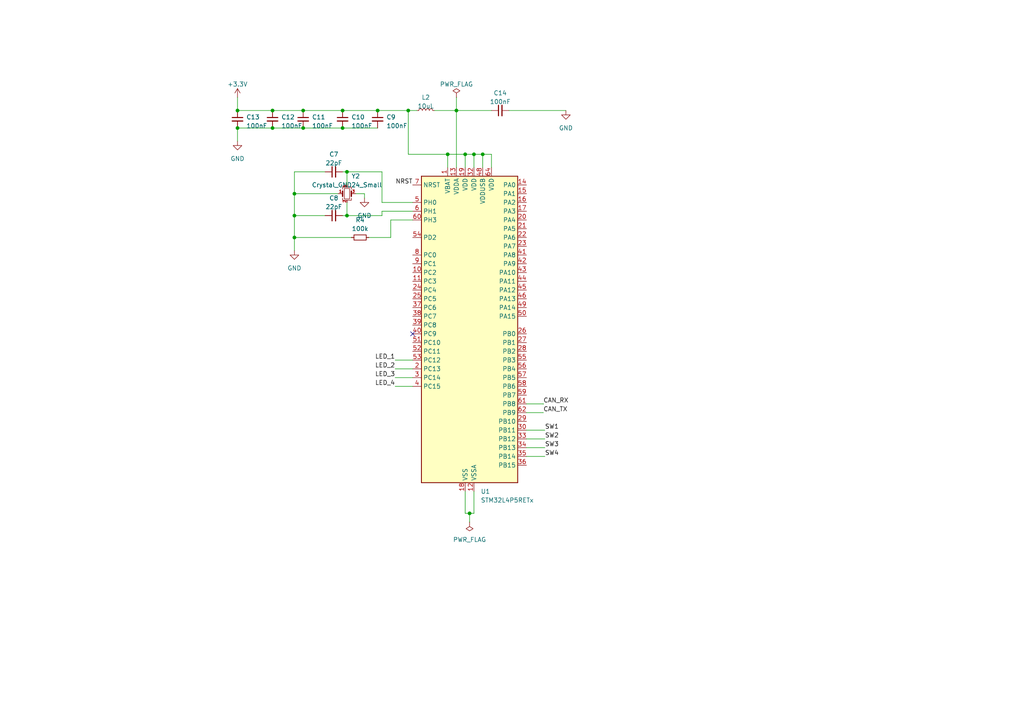
<source format=kicad_sch>
(kicad_sch (version 20230121) (generator eeschema)
  (paper "A4")
  (lib_symbols
    (symbol "Device:C_Small" (pin_numbers hide) (pin_names (offset 0.254) hide)
      (property "Reference" "C" (at 0.254 1.778 0))
      (property "Value" "C_Small" (at 0.254 -2.032 0))
      (symbol "C_Small_0_1"
        (polyline (pts (xy -1.524 -0.508) (xy 1.524 -0.508)) (stroke (width 0.3302)))
        (polyline (pts (xy -1.524 0.508) (xy 1.524 0.508)) (stroke (width 0.3048)))
      )
      (symbol "C_Small_1_1"
        (pin passive line (at 0 2.54 270) (length 2.032) (name "~") (number "1"))
        (pin passive line (at 0 -2.54 90) (length 2.032) (name "~") (number "2"))
      )
    )
    (symbol "Device:Crystal_GND24_Small" (pin_names (offset 1.016) hide)
      (property "Reference" "Y" (at 1.27 4.445 0))
      (property "Value" "Crystal_GND24_Small" (at 1.27 2.54 0))
      (symbol "Crystal_GND24_Small_0_1"
        (rectangle (start -0.762 -1.524) (end 0.762 1.524))
        (polyline (pts (xy -1.27 -0.762) (xy -1.27 0.762)) (stroke (width 0.381)))
        (polyline (pts (xy 1.27 -0.762) (xy 1.27 0.762)) (stroke (width 0.381)))
        (polyline (pts (xy -1.27 -1.27) (xy -1.27 -1.905) (xy 1.27 -1.905) (xy 1.27 -1.27)))
        (polyline (pts (xy -1.27 1.27) (xy -1.27 1.905) (xy 1.27 1.905) (xy 1.27 1.27)))
      )
      (symbol "Crystal_GND24_Small_1_1"
        (pin passive line (at -2.54 0 0) (length 1.27) (name "1") (number "1"))
        (pin passive line (at 0 -2.54 90) (length 0.635) (name "2") (number "2"))
        (pin passive line (at 2.54 0 180) (length 1.27) (name "3") (number "3"))
        (pin passive line (at 0 2.54 270) (length 0.635) (name "4") (number "4"))
      )
    )
    (symbol "Device:L_Small" (pin_numbers hide) (pin_names (offset 0.254) hide)
      (property "Reference" "L" (at 0.762 1.016 0))
      (property "Value" "L_Small" (at 0.762 -1.016 0))
      (symbol "L_Small_0_1"
        (arc (start 0 -2.032) (mid 0.5058 -1.524) (end 0 -1.016))
        (arc (start 0 -1.016) (mid 0.5058 -0.508) (end 0 0))
        (arc (start 0 0) (mid 0.5058 0.508) (end 0 1.016))
        (arc (start 0 1.016) (mid 0.5058 1.524) (end 0 2.032))
      )
      (symbol "L_Small_1_1"
        (pin passive line (at 0 2.54 270) (length 0.508) (name "~") (number "1"))
        (pin passive line (at 0 -2.54 90) (length 0.508) (name "~") (number "2"))
      )
    )
    (symbol "Device:R_Small" (pin_numbers hide) (pin_names (offset 0.254) hide)
      (property "Reference" "R" (at 0.762 0.508 0))
      (property "Value" "R_Small" (at 0.762 -1.016 0))
      (symbol "R_Small_0_1"
        (rectangle (start -0.762 1.778) (end 0.762 -1.778) (stroke (width 0.2032)))
      )
      (symbol "R_Small_1_1"
        (pin passive line (at 0 2.54 270) (length 0.762) (name "~") (number "1"))
        (pin passive line (at 0 -2.54 90) (length 0.762) (name "~") (number "2"))
      )
    )
    (symbol "MCU_ST_STM32L4:STM32L4P5RETx"
      (property "Reference" "U1" (at 4.4959 -45.72 0))
      (property "Value" "STM32L4P5RETx" (at 4.4959 -48.26 0))
      (symbol "STM32L4P5RETx_0_1"
        (rectangle (start -12.7 -43.18) (end 15.24 45.72) (stroke (width 0.254)) (fill (type background)))
      )
      (symbol "STM32L4P5RETx_1_1"
        (pin power_in line (at -5.08 48.26 270) (length 2.54) (name "VBAT") (number "1"))
        (pin bidirectional line (at -15.24 17.78 0) (length 2.54) (name "PC2") (number "10"))
        (pin bidirectional line (at -15.24 15.24 0) (length 2.54) (name "PC3") (number "11"))
        (pin power_in line (at 2.54 -45.72 90) (length 2.54) (name "VSSA") (number "12"))
        (pin power_in line (at -2.54 48.26 270) (length 2.54) (name "VDDA") (number "13"))
        (pin bidirectional line (at 17.78 43.18 180) (length 2.54) (name "PA0") (number "14"))
        (pin bidirectional line (at 17.78 40.64 180) (length 2.54) (name "PA1") (number "15"))
        (pin bidirectional line (at 17.78 38.1 180) (length 2.54) (name "PA2") (number "16"))
        (pin bidirectional line (at 17.78 35.56 180) (length 2.54) (name "PA3") (number "17"))
        (pin power_in line (at 0 -45.72 90) (length 2.54) (name "VSS") (number "18"))
        (pin power_in line (at 0 48.26 270) (length 2.54) (name "VDD") (number "19"))
        (pin bidirectional line (at -15.24 -10.16 0) (length 2.54) (name "PC13") (number "2"))
        (pin bidirectional line (at 17.78 33.02 180) (length 2.54) (name "PA4") (number "20"))
        (pin bidirectional line (at 17.78 30.48 180) (length 2.54) (name "PA5") (number "21"))
        (pin bidirectional line (at 17.78 27.94 180) (length 2.54) (name "PA6") (number "22"))
        (pin bidirectional line (at 17.78 25.4 180) (length 2.54) (name "PA7") (number "23"))
        (pin bidirectional line (at -15.24 12.7 0) (length 2.54) (name "PC4") (number "24"))
        (pin bidirectional line (at -15.24 10.16 0) (length 2.54) (name "PC5") (number "25"))
        (pin bidirectional line (at 17.78 0 180) (length 2.54) (name "PB0") (number "26"))
        (pin bidirectional line (at 17.78 -2.54 180) (length 2.54) (name "PB1") (number "27"))
        (pin bidirectional line (at 17.78 -5.08 180) (length 2.54) (name "PB2") (number "28"))
        (pin bidirectional line (at 17.78 -25.4 180) (length 2.54) (name "PB10") (number "29"))
        (pin bidirectional line (at -15.24 -12.7 0) (length 2.54) (name "PC14") (number "3"))
        (pin bidirectional line (at 17.78 -27.94 180) (length 2.54) (name "PB11") (number "30"))
        (pin passive line (at 0 -45.72 90) (length 2.54) hide (name "VSS") (number "31"))
        (pin power_in line (at 2.54 48.26 270) (length 2.54) (name "VDD") (number "32"))
        (pin bidirectional line (at 17.78 -30.48 180) (length 2.54) (name "PB12") (number "33"))
        (pin bidirectional line (at 17.78 -33.02 180) (length 2.54) (name "PB13") (number "34"))
        (pin bidirectional line (at 17.78 -35.56 180) (length 2.54) (name "PB14") (number "35"))
        (pin bidirectional line (at 17.78 -38.1 180) (length 2.54) (name "PB15") (number "36"))
        (pin bidirectional line (at -15.24 7.62 0) (length 2.54) (name "PC6") (number "37"))
        (pin bidirectional line (at -15.24 5.08 0) (length 2.54) (name "PC7") (number "38"))
        (pin bidirectional line (at -15.24 2.54 0) (length 2.54) (name "PC8") (number "39"))
        (pin bidirectional line (at -15.24 -15.24 0) (length 2.54) (name "PC15") (number "4"))
        (pin bidirectional line (at -15.24 0 0) (length 2.54) (name "PC9") (number "40"))
        (pin bidirectional line (at 17.78 22.86 180) (length 2.54) (name "PA8") (number "41"))
        (pin bidirectional line (at 17.78 20.32 180) (length 2.54) (name "PA9") (number "42"))
        (pin bidirectional line (at 17.78 17.78 180) (length 2.54) (name "PA10") (number "43"))
        (pin bidirectional line (at 17.78 15.24 180) (length 2.54) (name "PA11") (number "44"))
        (pin bidirectional line (at 17.78 12.7 180) (length 2.54) (name "PA12") (number "45"))
        (pin bidirectional line (at 17.78 10.16 180) (length 2.54) (name "PA13") (number "46"))
        (pin passive line (at 0 -45.72 90) (length 2.54) hide (name "VSS") (number "47"))
        (pin power_in line (at 5.08 48.26 270) (length 2.54) (name "VDDUSB") (number "48"))
        (pin bidirectional line (at 17.78 7.62 180) (length 2.54) (name "PA14") (number "49"))
        (pin bidirectional line (at -15.24 38.1 0) (length 2.54) (name "PH0") (number "5"))
        (pin bidirectional line (at 17.78 5.08 180) (length 2.54) (name "PA15") (number "50"))
        (pin bidirectional line (at -15.24 -2.54 0) (length 2.54) (name "PC10") (number "51"))
        (pin bidirectional line (at -15.24 -5.08 0) (length 2.54) (name "PC11") (number "52"))
        (pin bidirectional line (at -15.24 -7.62 0) (length 2.54) (name "PC12") (number "53"))
        (pin bidirectional line (at -15.24 27.94 0) (length 2.54) (name "PD2") (number "54"))
        (pin bidirectional line (at 17.78 -7.62 180) (length 2.54) (name "PB3") (number "55"))
        (pin bidirectional line (at 17.78 -10.16 180) (length 2.54) (name "PB4") (number "56"))
        (pin bidirectional line (at 17.78 -12.7 180) (length 2.54) (name "PB5") (number "57"))
        (pin bidirectional line (at 17.78 -15.24 180) (length 2.54) (name "PB6") (number "58"))
        (pin bidirectional line (at 17.78 -17.78 180) (length 2.54) (name "PB7") (number "59"))
        (pin bidirectional line (at -15.24 35.56 0) (length 2.54) (name "PH1") (number "6"))
        (pin bidirectional line (at -15.24 33.02 0) (length 2.54) (name "PH3") (number "60"))
        (pin bidirectional line (at 17.78 -20.32 180) (length 2.54) (name "PB8") (number "61"))
        (pin bidirectional line (at 17.78 -22.86 180) (length 2.54) (name "PB9") (number "62"))
        (pin passive line (at 0 -45.72 90) (length 2.54) hide (name "VSS") (number "63"))
        (pin power_in line (at 7.62 48.26 270) (length 2.54) (name "VDD") (number "64"))
        (pin input line (at -15.24 43.18 0) (length 2.54) (name "NRST") (number "7"))
        (pin bidirectional line (at -15.24 22.86 0) (length 2.54) (name "PC0") (number "8"))
        (pin bidirectional line (at -15.24 20.32 0) (length 2.54) (name "PC1") (number "9"))
      )
    )
    (symbol "power:+3.3V" (power) (pin_names (offset 0))
      (property "Value" "+3.3V" (at 0 3.556 0))
      (symbol "+3.3V_0_1"
        (polyline (pts (xy -0.762 1.27) (xy 0 2.54)))
        (polyline (pts (xy 0 0) (xy 0 2.54)))
        (polyline (pts (xy 0 2.54) (xy 0.762 1.27)))
      )
      (symbol "+3.3V_1_1"
        (pin power_in line (at 0 0 90) (length 0) hide (name "+3.3V") (number "1"))
      )
    )
    (symbol "power:GND" (power) (pin_names (offset 0))
      (property "Value" "GND" (at 0 -3.81 0))
      (symbol "GND_0_1"
        (polyline (pts (xy 0 0) (xy 0 -1.27) (xy 1.27 -1.27) (xy 0 -2.54) (xy -1.27 -1.27) (xy 0 -1.27)))
      )
      (symbol "GND_1_1"
        (pin power_in line (at 0 0 270) (length 0) hide (name "GND") (number "1"))
      )
    )
    (symbol "power:PWR_FLAG" (power) (pin_numbers hide) (pin_names (offset 0) hide)
      (property "Value" "PWR_FLAG" (at 0 3.81 0))
      (symbol "PWR_FLAG_0_0"
        (pin power_out line (at 0 0 90) (length 0) (name "pwr") (number "1"))
      )
      (symbol "PWR_FLAG_0_1"
        (polyline (pts (xy 0 0) (xy 0 1.27) (xy -1.016 1.905) (xy 0 2.54) (xy 1.016 1.905) (xy 0 1.27)))
      )
    )
  )
  (junction (at 85.3948 56.1848))
  (junction (at 99.3648 37.1348))
  (junction (at 87.9348 32.0548))
  (junction (at 140.0048 44.7548))
  (junction (at 136.1948 148.8948))
  (junction (at 132.3848 32.0548))
  (junction (at 85.3948 62.5348))
  (junction (at 134.9248 44.7548))
  (junction (at 68.8848 37.1348))
  (junction (at 129.8448 44.7548))
  (junction (at 100.6348 49.8348))
  (junction (at 99.3648 32.0548))
  (junction (at 137.4648 44.7548))
  (junction (at 109.5248 32.0548))
  (junction (at 68.8848 32.0548))
  (junction (at 79.0448 32.0548))
  (junction (at 100.6348 62.5348))
  (junction (at 87.9348 37.1348))
  (junction (at 79.0448 37.1348))
  (junction (at 118.4148 32.0548))
  (junction (at 85.3948 68.8848))
  (no_connect (at 119.6848 96.8248))
  (wire (pts (xy 87.9348 32.0548) (xy 99.3648 32.0548)))
  (wire (pts (xy 68.8848 28.2448) (xy 68.8848 32.0548)))
  (wire (pts (xy 157.5816 119.6848) (xy 152.7048 119.6848)))
  (wire (pts (xy 100.6348 58.7248) (xy 100.6348 62.5348)))
  (wire (pts (xy 137.4648 148.8948) (xy 137.4648 142.5448)))
  (wire (pts (xy 157.607 117.1702) (xy 157.607 117.1448)))
  (wire (pts (xy 129.8448 44.7548) (xy 129.8448 48.5648)))
  (wire (pts (xy 157.607 117.1448) (xy 152.7048 117.1448)))
  (wire (pts (xy 126.0348 32.0548) (xy 132.3848 32.0548)))
  (wire (pts (xy 119.6848 61.2648) (xy 110.7948 61.2648)))
  (wire (pts (xy 157.5816 117.1702) (xy 157.607 117.1702)))
  (wire (pts (xy 100.6348 62.5348) (xy 110.7948 62.5348)))
  (wire (pts (xy 110.7948 61.2648) (xy 110.7948 62.5348)))
  (wire (pts (xy 136.1948 148.8948) (xy 136.1948 151.4348)))
  (wire (pts (xy 114.6048 112.0648) (xy 119.6848 112.0648)))
  (wire (pts (xy 140.0048 44.7548) (xy 140.0048 48.5648)))
  (wire (pts (xy 105.7148 56.1848) (xy 105.7148 57.4548)))
  (wire (pts (xy 100.6348 49.8348) (xy 110.7948 49.8348)))
  (wire (pts (xy 142.5448 44.7548) (xy 140.0048 44.7548)))
  (wire (pts (xy 85.3948 72.6948) (xy 85.3948 68.8848)))
  (wire (pts (xy 85.3948 56.1848) (xy 85.3948 49.8348)))
  (wire (pts (xy 68.8848 37.1348) (xy 68.8848 40.9448)))
  (wire (pts (xy 87.9348 37.1348) (xy 99.3648 37.1348)))
  (wire (pts (xy 114.6048 109.5248) (xy 119.6848 109.5248)))
  (wire (pts (xy 152.7048 132.3848) (xy 158.0388 132.3848)))
  (wire (pts (xy 157.5816 119.7102) (xy 157.5816 119.6848)))
  (wire (pts (xy 118.4148 32.0548) (xy 120.9548 32.0548)))
  (wire (pts (xy 79.0448 32.0548) (xy 87.9348 32.0548)))
  (wire (pts (xy 147.6248 32.0548) (xy 164.1348 32.0548)))
  (wire (pts (xy 85.3948 49.8348) (xy 94.2848 49.8348)))
  (wire (pts (xy 132.3848 32.0548) (xy 142.5448 32.0548)))
  (wire (pts (xy 110.7948 49.8348) (xy 110.7948 58.7248)))
  (wire (pts (xy 85.3948 62.5348) (xy 85.3948 68.8848)))
  (wire (pts (xy 140.0048 44.7548) (xy 137.4648 44.7548)))
  (wire (pts (xy 85.3948 68.8848) (xy 101.9048 68.8848)))
  (wire (pts (xy 100.6348 49.8348) (xy 99.3648 49.8348)))
  (wire (pts (xy 137.4648 44.7548) (xy 137.4648 48.5648)))
  (wire (pts (xy 129.8448 44.7548) (xy 134.9248 44.7548)))
  (wire (pts (xy 134.9248 44.7548) (xy 134.9248 48.5648)))
  (wire (pts (xy 79.0448 37.1348) (xy 87.9348 37.1348)))
  (wire (pts (xy 134.9248 148.8948) (xy 136.1948 148.8948)))
  (wire (pts (xy 132.3848 32.0548) (xy 132.3848 48.5648)))
  (wire (pts (xy 103.1748 56.1848) (xy 105.7148 56.1848)))
  (wire (pts (xy 113.3348 68.8848) (xy 106.9848 68.8848)))
  (wire (pts (xy 129.8448 44.7548) (xy 118.4148 44.7548)))
  (wire (pts (xy 100.6348 62.5348) (xy 99.3648 62.5348)))
  (wire (pts (xy 132.3848 28.2448) (xy 132.3848 32.0548)))
  (wire (pts (xy 152.7048 127.3048) (xy 158.0388 127.3048)))
  (wire (pts (xy 114.6048 106.9848) (xy 119.6848 106.9848)))
  (wire (pts (xy 99.3648 37.1348) (xy 109.5248 37.1348)))
  (wire (pts (xy 68.8848 32.0548) (xy 79.0448 32.0548)))
  (wire (pts (xy 99.3648 32.0548) (xy 109.5248 32.0548)))
  (wire (pts (xy 152.7048 129.8448) (xy 158.0388 129.8448)))
  (wire (pts (xy 85.3948 62.5348) (xy 85.3948 56.1848)))
  (wire (pts (xy 68.8848 37.1348) (xy 79.0448 37.1348)))
  (wire (pts (xy 114.6048 104.4448) (xy 119.6848 104.4448)))
  (wire (pts (xy 85.3948 56.1848) (xy 98.0948 56.1848)))
  (wire (pts (xy 100.6348 49.8348) (xy 100.6348 53.6448)))
  (wire (pts (xy 134.9248 142.5448) (xy 134.9248 148.8948)))
  (wire (pts (xy 118.4148 44.7548) (xy 118.4148 32.0548)))
  (wire (pts (xy 110.7948 58.7248) (xy 119.6848 58.7248)))
  (wire (pts (xy 119.6848 63.8048) (xy 113.3348 63.8048)))
  (wire (pts (xy 152.7048 124.7648) (xy 158.0388 124.7648)))
  (wire (pts (xy 136.1948 148.8948) (xy 137.4648 148.8948)))
  (wire (pts (xy 113.3348 63.8048) (xy 113.3348 68.8848)))
  (wire (pts (xy 109.5248 32.0548) (xy 118.4148 32.0548)))
  (wire (pts (xy 142.5448 44.7548) (xy 142.5448 48.5648)))
  (wire (pts (xy 94.2848 62.5348) (xy 85.3948 62.5348)))
  (wire (pts (xy 137.4648 44.7548) (xy 134.9248 44.7548)))
  (label "CAN_RX" (at 157.5816 117.1702 0))
  (label "SW4" (at 158.0388 132.3848 0))
  (label "CAN_TX" (at 157.5816 119.7102 0))
  (label "LED_3" (at 114.6048 109.5248 180))
  (label "NRST" (at 119.6848 53.6448 180))
  (label "LED_1" (at 114.6048 104.4448 180))
  (label "SW3" (at 158.0388 129.8448 0))
  (label "LED_4" (at 114.6048 112.0648 180))
  (label "SW1" (at 158.0388 124.7648 0))
  (label "SW2" (at 158.0388 127.3048 0))
  (label "LED_2" (at 114.6048 106.9848 180))
  (symbol (lib_id "MCU_ST_STM32L4:STM32L4P5RETx") (at 134.9248 96.8248 0) (unit 1)
    (property "Reference" "U1" (at 139.4207 142.5448 0) (effects (justify left)))
    (property "Value" "STM32L4P5RETx" (at 139.4207 145.0848 0) (effects (justify left)))
    (property "Footprint" "Package_QFP:LQFP-64_10x10mm_P0.5mm" (effects hide))
    (property "Datasheet" "https://www.st.com/resource/en/datasheet/stm32l4p5re.pdf" (effects hide))
    (instances (project "MOTOR" (path "" (reference "U1") (unit 1)) (path "" (reference "U4") (unit 1))))
  )
  (symbol (lib_id "power:PWR_FLAG") (at 132.3848 28.2448 0) (unit 1)
    (property "Reference" "#FLG04" (effects hide))
    (property "Value" "PWR_FLAG" (at 132.3848 24.4348 0))
    (instances (project "MOTOR" (path "" (reference "#FLG04") (unit 1)) (path "" (reference "#FLG08") (unit 1))))
  )
  (symbol (lib_id "Device:C_Small") (at 145.0848 32.0548 90) (unit 1)
    (property "Reference" "C14" (at 145.0911 26.9748 90))
    (property "Value" "100nF" (at 145.0911 29.5148 90))
    (instances (project "MOTOR" (path "" (reference "C14") (unit 1)) (path "" (reference "C38") (unit 1))))
  )
  (symbol (lib_id "Device:C_Small") (at 87.9348 34.5948 0) (unit 1)
    (property "Reference" "C11" (at 90.4748 33.9661 0) (effects (justify left)))
    (property "Value" "100nF" (at 90.4748 36.5061 0) (effects (justify left)))
    (instances (project "MOTOR" (path "" (reference "C11") (unit 1)) (path "" (reference "C33") (unit 1))))
  )
  (symbol (lib_id "Device:C_Small") (at 79.0448 34.5948 0) (unit 1)
    (property "Reference" "C12" (at 81.5848 33.9661 0) (effects (justify left)))
    (property "Value" "100nF" (at 81.5848 36.5061 0) (effects (justify left)))
    (instances (project "MOTOR" (path "" (reference "C12") (unit 1)) (path "" (reference "C32") (unit 1))))
  )
  (symbol (lib_id "Device:Crystal_GND24_Small") (at 100.6348 56.1848 0) (unit 1)
    (property "Reference" "Y2" (at 103.1748 51.1048 0))
    (property "Value" "Crystal_GND24_Small" (at 100.6348 53.6448 0))
    (instances (project "MOTOR" (path "" (reference "Y2") (unit 1)) (path "" (reference "Y1") (unit 1))))
  )
  (symbol (lib_id "Device:L_Small") (at 123.4948 32.0548 90) (unit 1)
    (property "Reference" "L2" (at 123.4948 28.2448 90))
    (property "Value" "10uL" (at 123.4948 30.7848 90))
    (instances (project "MOTOR" (path "" (reference "L2") (unit 1)) (path "" (reference "L3") (unit 1))))
  )
  (symbol (lib_id "Device:C_Small") (at 96.8248 49.8348 90) (unit 1)
    (property "Reference" "C7" (at 96.8311 44.7548 90))
    (property "Value" "22pF" (at 96.8311 47.2948 90))
    (instances (project "MOTOR" (path "" (reference "C7") (unit 1)) (path "" (reference "C34") (unit 1))))
  )
  (symbol (lib_id "power:PWR_FLAG") (at 136.1948 151.4348 180) (unit 1)
    (property "Reference" "#FLG05" (effects hide))
    (property "Value" "PWR_FLAG" (at 136.1948 156.5148 0))
    (instances (project "MOTOR" (path "" (reference "#FLG05") (unit 1)) (path "" (reference "#FLG09") (unit 1))))
  )
  (symbol (lib_id "Device:R_Small") (at 104.4448 68.8848 90) (unit 1)
    (property "Reference" "R4" (at 104.4448 63.8048 90))
    (property "Value" "100k" (at 104.4448 66.3448 90))
    (instances (project "MOTOR" (path "" (reference "R4") (unit 1)) (path "" (reference "R29") (unit 1))))
  )
  (symbol (lib_id "Device:C_Small") (at 96.8248 62.5348 90) (unit 1)
    (property "Reference" "C8" (at 96.8311 57.4548 90))
    (property "Value" "22pF" (at 96.8311 59.9948 90))
    (instances (project "MOTOR" (path "" (reference "C8") (unit 1)) (path "" (reference "C35") (unit 1))))
  )
  (symbol (lib_id "power:GND") (at 85.3948 72.6948 0) (unit 1)
    (property "Reference" "#PWR04" (effects hide))
    (property "Value" "GND" (at 85.3948 77.7748 0))
    (instances (project "MOTOR" (path "" (reference "#PWR04") (unit 1)) (path "" (reference "#PWR033") (unit 1))))
  )
  (symbol (lib_id "Device:C_Small") (at 68.8848 34.5948 0) (unit 1)
    (property "Reference" "C13" (at 71.4248 33.9661 0) (effects (justify left)))
    (property "Value" "100nF" (at 71.4248 36.5061 0) (effects (justify left)))
    (instances (project "MOTOR" (path "" (reference "C13") (unit 1)) (path "" (reference "C31") (unit 1))))
  )
  (symbol (lib_id "Device:C_Small") (at 109.5248 34.5948 0) (unit 1)
    (property "Reference" "C9" (at 112.0648 33.9661 0) (effects (justify left)))
    (property "Value" "100nF" (at 112.0648 36.5061 0) (effects (justify left)))
    (instances (project "MOTOR" (path "" (reference "C9") (unit 1)) (path "" (reference "C37") (unit 1))))
  )
  (symbol (lib_id "power:GND") (at 105.7148 57.4548 0) (unit 1)
    (property "Reference" "#PWR05" (effects hide))
    (property "Value" "GND" (at 105.7148 62.5348 0))
    (instances (project "MOTOR" (path "" (reference "#PWR05") (unit 1)) (path "" (reference "#PWR034") (unit 1))))
  )
  (symbol (lib_id "power:GND") (at 68.8848 40.9448 0) (unit 1)
    (property "Reference" "#PWR08" (effects hide))
    (property "Value" "GND" (at 68.8848 46.0248 0))
    (instances (project "MOTOR" (path "" (reference "#PWR08") (unit 1)) (path "" (reference "#PWR032") (unit 1))))
  )
  (symbol (lib_id "Device:C_Small") (at 99.3648 34.5948 0) (unit 1)
    (property "Reference" "C10" (at 101.9048 33.9661 0) (effects (justify left)))
    (property "Value" "100nF" (at 101.9048 36.5061 0) (effects (justify left)))
    (instances (project "MOTOR" (path "" (reference "C10") (unit 1)) (path "" (reference "C36") (unit 1))))
  )
  (symbol (lib_id "power:+3.3V") (at 68.8848 28.2448 0) (unit 1)
    (property "Reference" "#PWR07" (effects hide))
    (property "Value" "+3.3V" (at 68.8848 24.4348 0))
    (instances (project "MOTOR" (path "" (reference "#PWR07") (unit 1)) (path "" (reference "#PWR031") (unit 1))))
  )
  (symbol (lib_id "power:GND") (at 164.1348 32.0548 0) (unit 1)
    (property "Reference" "#PWR06" (effects hide))
    (property "Value" "GND" (at 164.1348 37.1348 0))
    (instances (project "MOTOR" (path "" (reference "#PWR06") (unit 1)) (path "" (reference "#PWR035") (unit 1))))
  )
)
</source>
